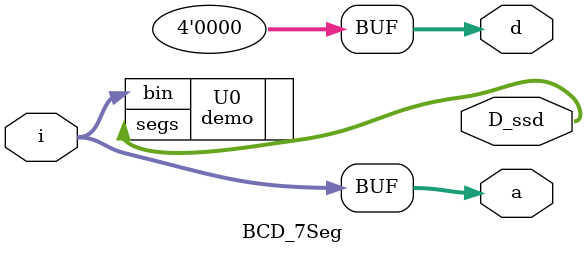
<source format=v>
`timescale 1ns / 1ps


module BCD_7Seg(i,D_ssd,d,a);
input [3:0] i;
output [7:0] D_ssd;
output [3:0] d;
output [3:0] a;

demo U0(.bin(i),.segs(D_ssd));

assign d=4'b0000;
assign a=i;
endmodule
</source>
